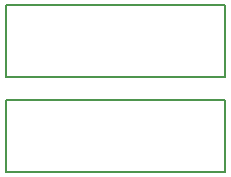
<source format=gbo>
%FSLAX33Y33*%
%MOMM*%
%ADD10C,0.15*%
D10*
%LNbottom silkscreen_traces*%
%LNbottom silkscreen component 4910893c215585d1*%
G01*
X7000Y9525D02*
X7000Y15625D01*
X25500Y15625*
X25500Y9525*
X7000Y9525*
%LNbottom silkscreen component 6f5fc672e254e499*%
X7000Y1525D02*
X7000Y7625D01*
X25500Y7625*
X25500Y1525*
X7000Y1525*
M02*
</source>
